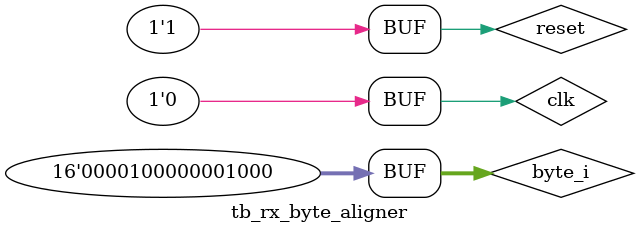
<source format=v>
`timescale 1ns/1ns

module tb_rx_byte_aligner;
	
	reg clk;
	reg reset;
	reg  [15:0]byte_i;
	wire [63:0]byte_o;

wire reset_g;
GSR 
GSR_INST (
	.GSR_N(1'b1),
	.CLK(1'b0)
);

wire lane_aligned;
wire [3:0]byte_synced;
wire [63:0]lane_bytes;
wire [127:0]unpacked_bytes;
wire [63:0]decoded_data;
wire decoded_valid;
wire unpacked_valid;
wire [2:0]packet_type;
mipi_csi_rx_byte_aligner0 byte_inst1(	.clk_i(clk),
									.reset_i(reset),
									.byte_i(byte_i),
									.byte_o(byte_o[15:0]),
									.byte_valid_o(byte_synced[0]));

mipi_csi_rx_byte_aligner1 byte_inst2(	.clk_i(clk),
									.reset_i(reset),
									.byte_i(byte_i),
									.byte_o(byte_o[31:16]),
									.byte_valid_o(byte_synced[1]));
						
mipi_csi_rx_byte_aligner2 byte_inst3(	.clk_i(clk),
									.reset_i(reset),
									.byte_i(byte_i),
									.byte_o(byte_o[47:32]),
									.byte_valid_o(byte_synced[2]));

mipi_csi_rx_byte_aligner3 byte_inst4(	.clk_i(clk),
									.reset_i(reset),
									.byte_i(byte_i),
									.byte_o(byte_o[63:48]),
									.byte_valid_o(byte_synced[3]));


mipi_csi_rx_lane_aligner lane_ins1(	.clk_i(clk),
						.reset_i(reset),
						.bytes_valid_i(byte_synced),
						.byte_i(byte_o),
						.lane_valid_o(lane_aligned),
						.lane_byte_o(lane_bytes));
						
mipi_csi_rx_packet_decoder dec1(.clk_i(clk),
							 .data_valid_i(lane_aligned),
							 .data_i(lane_bytes),
							 .output_valid_o(decoded_valid),
							 .data_o(decoded_data),
							 .packet_length_o(),
							 .packet_type_o(packet_type));
							 
mipi_csi_rx_raw_depacker depacker_ins1(	.clk_i(clk),
						.data_valid_i(decoded_valid),
						.data_i(decoded_data),
						.packet_type_i(packet_type),
						.output_valid_o(unpacked_valid),
						.output_o(unpacked_bytes));


wire rgb_output_valid;
wire [383:0]rgb_output;
debayer_filter debayer_ins1(	.clk_i(clk),
						.reset_i(reset),
						.line_valid_i(decoded_valid),
						.data_i(unpacked_bytes),
						.data_valid_i(unpacked_valid),
						.output_valid_o(rgb_output_valid),
						.output_o(rgb_output));
						
task sendbyte;
	input [15:0]byte;
	begin
	byte_i = byte;
	clk = 1'b1;
	#4
	clk = 1'b0;
	#4;
	end
endtask

initial begin
		clk = 1'b1;
		reset = 1'b1;
		clk = 1'b1;
		#4
		clk = 1'b0;
		#4;
		#50
		reset = 1'b0;
		sendbyte(16'h00);
		sendbyte(16'h00);
		sendbyte(16'h00);
		sendbyte(16'h00);
		sendbyte(16'h00);
		sendbyte(16'h2577);  //B8 2B 11 72 16 11 83 11
		sendbyte(16'hCE42);
		sendbyte(16'h2222);
		sendbyte(16'h6222);
		sendbyte(16'h2230);
		sendbyte(16'h2202);
		sendbyte(16'h2202);
		sendbyte(16'h2222);
		sendbyte(16'h2230);
		sendbyte(16'h2202);
		sendbyte(16'h2202);
		sendbyte(16'h2222);
		sendbyte(16'h2230);
		sendbyte(16'h2202);
		sendbyte(16'h2202);
		sendbyte(16'h2202);
		sendbyte(16'h2222);
		sendbyte(16'h2202);
		sendbyte(16'h2202);
		sendbyte(16'h2222);
		sendbyte(16'h2230);
		sendbyte(16'h2202);
		sendbyte(16'h2202);
		sendbyte(16'h2222);
		sendbyte(16'h2230);
		sendbyte(16'h2202);
		sendbyte(16'h2202);
		sendbyte(16'h2202);
		sendbyte(16'h2202);
		sendbyte(16'h2202);
		sendbyte(16'h2222);
		sendbyte(16'h2230);
		sendbyte(16'h2202);
		sendbyte(16'h2202);
		sendbyte(16'h2222);
		sendbyte(16'h2230);
		sendbyte(16'h2202);
		sendbyte(16'h2202);
		sendbyte(16'h2202);
				sendbyte(16'h2202);
		sendbyte(16'h2222);
		sendbyte(16'h2202);
		sendbyte(16'h2202);
		sendbyte(16'h2222);
		sendbyte(16'h2230);
		sendbyte(16'h2202);
		sendbyte(16'h2202);
		sendbyte(16'h2222);
		sendbyte(16'h2230);
		sendbyte(16'h2202);
		sendbyte(16'h2202);
		sendbyte(16'h2202);
		sendbyte(16'h2202);
		sendbyte(16'h2202);
		sendbyte(16'h2222);
		sendbyte(16'h2230);
		sendbyte(16'h2202);
		sendbyte(16'h2202);
		sendbyte(16'h2222);
		sendbyte(16'h2230);
		sendbyte(16'h2202);
		sendbyte(16'h2202);
		sendbyte(16'h2202);
			sendbyte(16'h2202);
		sendbyte(16'h2202);
		sendbyte(16'h2222);
		sendbyte(16'h2230);
		sendbyte(16'h2202);
		sendbyte(16'h2202);
		sendbyte(16'h2222);
		sendbyte(16'h2230);
		sendbyte(16'h2202);
		sendbyte(16'h2202);
		sendbyte(16'h2202);
		sendbyte(16'h2222);
		sendbyte(16'h2202);
		sendbyte(16'h2202);
		sendbyte(16'h2222);
		sendbyte(16'h2230);
		sendbyte(16'h2202);
		sendbyte(16'h2202);
		sendbyte(16'h2222);
		sendbyte(16'h2230);
		sendbyte(16'h2202);
		sendbyte(16'h2202);
		sendbyte(16'h2202);
		sendbyte(16'h2202);
		sendbyte(16'h2202);
		sendbyte(16'h2222);
		sendbyte(16'h2230);
		sendbyte(16'h2202);
		sendbyte(16'h2202);
		sendbyte(16'h2222);
		sendbyte(16'h2230);
		sendbyte(16'h2202);
		sendbyte(16'h2202);
		sendbyte(16'h2202);
				sendbyte(16'h2202);
		sendbyte(16'h2222);
		sendbyte(16'h2202);
		sendbyte(16'h2202);
		sendbyte(16'h2222);
		sendbyte(16'h2230);
		sendbyte(16'h2202);
		sendbyte(16'h2202);
		sendbyte(16'h2222);
		sendbyte(16'h2230);
		sendbyte(16'h2202);
		sendbyte(16'h2202);
		sendbyte(16'h2202);
		sendbyte(16'h2202);
		sendbyte(16'h2202);
		sendbyte(16'h2222);
		sendbyte(16'h2230);
		sendbyte(16'h2202);
		sendbyte(16'h2202);
		sendbyte(16'h2222);
		sendbyte(16'h2230);
		sendbyte(16'h2202);
		sendbyte(16'h2202);
		sendbyte(16'h2202);
			sendbyte(16'h2202);
		sendbyte(16'h2202);
		sendbyte(16'h2222);
		sendbyte(16'h2230);
		sendbyte(16'h2202);
		sendbyte(16'h2202);
		sendbyte(16'h2222);
		sendbyte(16'h2230);
		sendbyte(16'h2202);
		sendbyte(16'h2202);
		sendbyte(16'h2202);
		sendbyte(16'h2222);
		sendbyte(16'h2202);
		sendbyte(16'h2202);
		sendbyte(16'h2222);
		sendbyte(16'h2230);
		sendbyte(16'h2202);
		sendbyte(16'h2202);
		sendbyte(16'h2222);
		sendbyte(16'h2230);
		sendbyte(16'h2202);
		sendbyte(16'h2202);
		sendbyte(16'h2202);
		sendbyte(16'h2202);
		sendbyte(16'h2202);
		sendbyte(16'h2222);
		sendbyte(16'h2230);
		sendbyte(16'h2202);
		sendbyte(16'h2202);
		sendbyte(16'h2222);
		sendbyte(16'h2230);
		sendbyte(16'h2202);
		sendbyte(16'h2202);
		sendbyte(16'h2202);
				sendbyte(16'h2202);
		sendbyte(16'h2222);
		sendbyte(16'h2202);
		sendbyte(16'h2202);
		sendbyte(16'h2222);
		sendbyte(16'h2230);
		sendbyte(16'h2202);
		sendbyte(16'h2202);
		sendbyte(16'h2222);
		sendbyte(16'h2230);
		sendbyte(16'h2202);
		sendbyte(16'h2202);
		sendbyte(16'h2202);
		sendbyte(16'h2202);
		sendbyte(16'h2202);
		sendbyte(16'h2222);
		sendbyte(16'h2230);
		sendbyte(16'h2202);
		sendbyte(16'h2202);
		sendbyte(16'h2222);
		sendbyte(16'h2230);
		sendbyte(16'h2202);
		sendbyte(16'h2202);
		sendbyte(16'h2202);
		reset = 1'h1;
		#5
		clk = 1'b1;
		#4
		clk = 1'b0;
		#4;
		#50
		
		reset = 1'b0;
		sendbyte(16'h00);
		sendbyte(16'h00);
		sendbyte(16'h00);
		sendbyte(16'h00);
		sendbyte(16'h00);
		sendbyte(16'h2BB8);	//B8 60 10
		sendbyte(16'h442E);
		sendbyte(16'h88A9);
		sendbyte(16'h0888);
		sendbyte(16'h0817);
		sendbyte(16'h0808);
		sendbyte(16'h2202);
		sendbyte(16'h2222);
		sendbyte(16'h2230);
		sendbyte(16'h2202);
		sendbyte(16'h2202);
		sendbyte(16'h2222);
				sendbyte(16'h2202);
		sendbyte(16'h2222);
		sendbyte(16'h2202);
		sendbyte(16'h2202);
		sendbyte(16'h2222);
		sendbyte(16'h2230);
		sendbyte(16'h2202);
		sendbyte(16'h2202);
		sendbyte(16'h2222);
		sendbyte(16'h2230);
		sendbyte(16'h2202);
		sendbyte(16'h2202);
		sendbyte(16'h2202);
		sendbyte(16'h2202);
		sendbyte(16'h2202);
		sendbyte(16'h2222);
		sendbyte(16'h2230);
		sendbyte(16'h2202);
		sendbyte(16'h2202);
		sendbyte(16'h2222);
		sendbyte(16'h2230);
		sendbyte(16'h2202);
		sendbyte(16'h2202);
		sendbyte(16'h2202);
				sendbyte(16'h2202);
		sendbyte(16'h2222);
		sendbyte(16'h2202);
		sendbyte(16'h2202);
		sendbyte(16'h2222);
		sendbyte(16'h2230);
		sendbyte(16'h2202);
		sendbyte(16'h2202);
		sendbyte(16'h2222);
		sendbyte(16'h2230);
		sendbyte(16'h2202);
		sendbyte(16'h2202);
		sendbyte(16'h2202);
		sendbyte(16'h2202);
		sendbyte(16'h2202);
		sendbyte(16'h2222);
		sendbyte(16'h2230);
		sendbyte(16'h2202);
		sendbyte(16'h2202);
		sendbyte(16'h2222);
		sendbyte(16'h2230);
		sendbyte(16'h2202);
		sendbyte(16'h2202);
		sendbyte(16'h2202);
			sendbyte(16'h2202);
		sendbyte(16'h2202);
		sendbyte(16'h2222);
		sendbyte(16'h2230);
		sendbyte(16'h2202);
		sendbyte(16'h2202);
		sendbyte(16'h2222);
		sendbyte(16'h2230);
		sendbyte(16'h2202);
		sendbyte(16'h2202);
		sendbyte(16'h2202);
		sendbyte(16'h2222);
		sendbyte(16'h2202);
		sendbyte(16'h2202);
		sendbyte(16'h2222);
		sendbyte(16'h2230);
		sendbyte(16'h2202);
		sendbyte(16'h2202);
		sendbyte(16'h2222);
		sendbyte(16'h2230);
		sendbyte(16'h2202);
		sendbyte(16'h2202);
		sendbyte(16'h2202);
		sendbyte(16'h2202);
		sendbyte(16'h2202);
		sendbyte(16'h2222);
		sendbyte(16'h2230);
		sendbyte(16'h2202);
		sendbyte(16'h2202);
		sendbyte(16'h2222);
		sendbyte(16'h2230);
		sendbyte(16'h2202);
		sendbyte(16'h2202);
		sendbyte(16'h2202);
				sendbyte(16'h2202);
		sendbyte(16'h2222);
		sendbyte(16'h2202);
		sendbyte(16'h2202);
		sendbyte(16'h2222);
		sendbyte(16'h2230);
		sendbyte(16'h2202);
		sendbyte(16'h2202);
		sendbyte(16'h2222);
		sendbyte(16'h2230);
		sendbyte(16'h2202);
		sendbyte(16'h2202);
		sendbyte(16'h2202);
		sendbyte(16'h2202);
		sendbyte(16'h2202);
		sendbyte(16'h2222);
		sendbyte(16'h2230);
		sendbyte(16'h2202);
		sendbyte(16'h2202);
		sendbyte(16'h2222);
		sendbyte(16'h2230);
		sendbyte(16'h2202);
		sendbyte(16'h2202);
		sendbyte(16'h2202);
			sendbyte(16'h2202);
		sendbyte(16'h2202);
		sendbyte(16'h2222);
		sendbyte(16'h2230);
		sendbyte(16'h2202);
		sendbyte(16'h2202);
		sendbyte(16'h2222);
		sendbyte(16'h2230);
		sendbyte(16'h2202);
		sendbyte(16'h2202);
		sendbyte(16'h2202);
		sendbyte(16'h2222);
		sendbyte(16'h2202);
		sendbyte(16'h2202);
		sendbyte(16'h2222);
		sendbyte(16'h2230);
		sendbyte(16'h2202);
		sendbyte(16'h2202);
		sendbyte(16'h2222);
		sendbyte(16'h2230);
		sendbyte(16'h2202);
		sendbyte(16'h2202);
		sendbyte(16'h2202);
		sendbyte(16'h2202);
		sendbyte(16'h2202);
		sendbyte(16'h2222);
		sendbyte(16'h2230);
		sendbyte(16'h2202);
		sendbyte(16'h2202);
		sendbyte(16'h2222);
		sendbyte(16'h2230);
		sendbyte(16'h2202);
		sendbyte(16'h2202);
		sendbyte(16'h2202);
				sendbyte(16'h2202);
		sendbyte(16'h2222);
		sendbyte(16'h2202);
		sendbyte(16'h2202);
		sendbyte(16'h2222);
		sendbyte(16'h2230);
		sendbyte(16'h2202);
		sendbyte(16'h2202);
		sendbyte(16'h2222);
		sendbyte(16'h2230);
		sendbyte(16'h2202);
		sendbyte(16'h2202);
		sendbyte(16'h2202);
		sendbyte(16'h2202);
		sendbyte(16'h2202);
		sendbyte(16'h2222);
		sendbyte(16'h2230);
		sendbyte(16'h2202);
		sendbyte(16'h2202);
		sendbyte(16'h2222);
		sendbyte(16'h2230);
		sendbyte(16'h2202);
		sendbyte(16'h2202);
		sendbyte(16'h2202);
			sendbyte(16'h2202);
		sendbyte(16'h2202);
		sendbyte(16'h2222);
		sendbyte(16'h2230);
		sendbyte(16'h2202);
		sendbyte(16'h2202);
		sendbyte(16'h2222);
		sendbyte(16'h2230);
		sendbyte(16'h2202);
		sendbyte(16'h2202);
		sendbyte(16'h2202);
		sendbyte(16'h2222);
		sendbyte(16'h2202);
		sendbyte(16'h2202);
		sendbyte(16'h2222);
		sendbyte(16'h2230);
		sendbyte(16'h2202);
		sendbyte(16'h2202);
		sendbyte(16'h2222);
		sendbyte(16'h2230);
		sendbyte(16'h2202);
		sendbyte(16'h2202);
		sendbyte(16'h2202);
		sendbyte(16'h2202);
		sendbyte(16'h2202);
		sendbyte(16'h2222);
		sendbyte(16'h2230);
		sendbyte(16'h2202);
		sendbyte(16'h2202);
		sendbyte(16'h2222);
		sendbyte(16'h2230);
		sendbyte(16'h2202);
		sendbyte(16'h2202);
		sendbyte(16'h2202);
				sendbyte(16'h2202);
		sendbyte(16'h2222);
		sendbyte(16'h2202);
		sendbyte(16'h2202);
		sendbyte(16'h2222);
		sendbyte(16'h2230);
		sendbyte(16'h2202);
		sendbyte(16'h2202);
		sendbyte(16'h2222);
		sendbyte(16'h2230);
		sendbyte(16'h2202);
		sendbyte(16'h2202);
		sendbyte(16'h2202);
		sendbyte(16'h2202);
		sendbyte(16'h2202);
		sendbyte(16'h2222);
		sendbyte(16'h2230);
		sendbyte(16'h2202);
		sendbyte(16'h2202);
		sendbyte(16'h2222);
		sendbyte(16'h2230);
		sendbyte(16'h2202);
		sendbyte(16'h2202);
		sendbyte(16'h2202);
		reset = 1'h1;
		#5
		clk = 1'b1;
		#4
		clk = 1'b0;
		#4;
		#50
	

		reset = 1'b0;
		sendbyte(16'h00);
		sendbyte(16'h00);
		sendbyte(16'h00);
		sendbyte(16'h00);
		sendbyte(16'h00);
		sendbyte(16'h5770);	//B8 60 10
		sendbyte(16'h4410);
		sendbyte(16'h88A9);
		sendbyte(16'h0888);
		sendbyte(16'h0817);
		sendbyte(16'h0808);
		sendbyte(16'h2202);
		sendbyte(16'h2222);
		sendbyte(16'h2230);
		sendbyte(16'h2202);
		sendbyte(16'h2202);
		sendbyte(16'h2222);
			sendbyte(16'h2202);
		sendbyte(16'h2202);
		sendbyte(16'h2222);
		sendbyte(16'h2230);
		sendbyte(16'h2202);
		sendbyte(16'h2202);
		sendbyte(16'h2222);
		sendbyte(16'h2230);
		sendbyte(16'h2202);
		sendbyte(16'h2202);
		sendbyte(16'h2202);
		sendbyte(16'h2222);
		sendbyte(16'h2202);
		sendbyte(16'h2202);
		sendbyte(16'h2222);
		sendbyte(16'h2230);
		sendbyte(16'h2202);
		sendbyte(16'h2202);
		sendbyte(16'h2222);
		sendbyte(16'h2230);
		sendbyte(16'h2202);
		sendbyte(16'h2202);
		sendbyte(16'h2202);
		sendbyte(16'h2202);
		sendbyte(16'h2202);
		sendbyte(16'h2222);
		sendbyte(16'h2230);
		sendbyte(16'h2202);
		sendbyte(16'h2202);
		sendbyte(16'h2222);
		sendbyte(16'h2230);
		sendbyte(16'h2202);
		sendbyte(16'h2202);
		sendbyte(16'h2202);
				sendbyte(16'h2202);
		sendbyte(16'h2222);
		sendbyte(16'h2202);
		sendbyte(16'h2202);
		sendbyte(16'h2222);
		sendbyte(16'h2230);
		sendbyte(16'h2202);
		sendbyte(16'h2202);
		sendbyte(16'h2222);
		sendbyte(16'h2230);
		sendbyte(16'h2202);
		sendbyte(16'h2202);
		sendbyte(16'h2202);
		sendbyte(16'h2202);
		sendbyte(16'h2202);
		sendbyte(16'h2222);
		sendbyte(16'h2230);
		sendbyte(16'h2202);
		sendbyte(16'h2202);
		sendbyte(16'h2222);
		sendbyte(16'h2230);
		sendbyte(16'h2202);
		sendbyte(16'h2202);
		sendbyte(16'h2202);
			sendbyte(16'h2202);
		sendbyte(16'h2202);
		sendbyte(16'h2222);
		sendbyte(16'h2230);
		sendbyte(16'h2202);
		sendbyte(16'h2202);
		sendbyte(16'h2222);
		sendbyte(16'h2230);
		sendbyte(16'h2202);
		sendbyte(16'h2202);
		sendbyte(16'h2202);
		sendbyte(16'h2222);
		sendbyte(16'h2202);
		sendbyte(16'h2202);
		sendbyte(16'h2222);
		sendbyte(16'h2230);
		sendbyte(16'h2202);
		sendbyte(16'h2202);
		sendbyte(16'h2222);
		sendbyte(16'h2230);
		sendbyte(16'h2202);
		sendbyte(16'h2202);
		sendbyte(16'h2202);
		sendbyte(16'h2202);
		sendbyte(16'h2202);
		sendbyte(16'h2222);
		sendbyte(16'h2230);
		sendbyte(16'h2202);
		sendbyte(16'h2202);
		sendbyte(16'h2222);
		sendbyte(16'h2230);
		sendbyte(16'h2202);
		sendbyte(16'h2202);
		sendbyte(16'h2202);
				sendbyte(16'h2202);
		sendbyte(16'h2222);
		sendbyte(16'h2202);
		sendbyte(16'h2202);
		sendbyte(16'h2222);
		sendbyte(16'h2230);
		sendbyte(16'h2202);
		sendbyte(16'h2202);
		sendbyte(16'h2222);
		sendbyte(16'h2230);
		sendbyte(16'h2202);
		sendbyte(16'h2202);
		sendbyte(16'h2202);
		sendbyte(16'h2202);
		sendbyte(16'h2202);
		sendbyte(16'h2222);
		sendbyte(16'h2230);
		sendbyte(16'h2202);
		sendbyte(16'h2202);
		sendbyte(16'h2222);
		sendbyte(16'h2230);
		sendbyte(16'h2202);
		sendbyte(16'h2202);
		sendbyte(16'h2202);
		reset = 1'h1;
		#5
		clk = 1'b1;
		#4
		clk = 1'b0;
		#4;
		#50		

		reset = 1'b0;
		sendbyte(16'h00);
		sendbyte(16'h00);
		sendbyte(16'h00);
		sendbyte(16'h00);
		sendbyte(16'h00);
		sendbyte(16'hAEE0);	//B8 60 10
		sendbyte(16'h4400);
		sendbyte(16'h88A9);
		sendbyte(16'h0888);
		sendbyte(16'h0817);
		sendbyte(16'h0808);
			sendbyte(16'h2202);
		sendbyte(16'h2202);
		sendbyte(16'h2222);
		sendbyte(16'h2230);
		sendbyte(16'h2202);
		sendbyte(16'h2202);
		sendbyte(16'h2222);
		sendbyte(16'h2230);
		sendbyte(16'h2202);
		sendbyte(16'h2202);
		sendbyte(16'h2202);
		sendbyte(16'h2222);
		sendbyte(16'h2202);
		sendbyte(16'h2202);
		sendbyte(16'h2222);
		sendbyte(16'h2230);
		sendbyte(16'h2202);
		sendbyte(16'h2202);
		sendbyte(16'h2222);
		sendbyte(16'h2230);
		sendbyte(16'h2202);
		sendbyte(16'h2202);
		sendbyte(16'h2202);
		sendbyte(16'h2202);
		sendbyte(16'h2202);
		sendbyte(16'h2222);
		sendbyte(16'h2230);
		sendbyte(16'h2202);
		sendbyte(16'h2202);
		sendbyte(16'h2222);
		sendbyte(16'h2230);
		sendbyte(16'h2202);
		sendbyte(16'h2202);
		sendbyte(16'h2202);
				sendbyte(16'h2202);
		sendbyte(16'h2222);
		sendbyte(16'h2202);
		sendbyte(16'h2202);
		sendbyte(16'h2222);
		sendbyte(16'h2230);
		sendbyte(16'h2202);
		sendbyte(16'h2202);
		sendbyte(16'h2222);
		sendbyte(16'h2230);
		sendbyte(16'h2202);
		sendbyte(16'h2202);
		sendbyte(16'h2202);
		sendbyte(16'h2202);
		sendbyte(16'h2202);
		sendbyte(16'h2222);
		sendbyte(16'h2230);
		sendbyte(16'h2202);
		sendbyte(16'h2202);
		sendbyte(16'h2222);
		sendbyte(16'h2230);
		sendbyte(16'h2202);
		sendbyte(16'h2202);
		sendbyte(16'h2202);
			sendbyte(16'h2202);
		sendbyte(16'h2202);
		sendbyte(16'h2222);
		sendbyte(16'h2230);
		sendbyte(16'h2202);
		sendbyte(16'h2202);
		sendbyte(16'h2222);
		sendbyte(16'h2230);
		sendbyte(16'h2202);
		sendbyte(16'h2202);
		sendbyte(16'h2202);
		sendbyte(16'h2222);
		sendbyte(16'h2202);
		sendbyte(16'h2202);
		sendbyte(16'h2222);
		sendbyte(16'h2230);
		sendbyte(16'h2202);
		sendbyte(16'h2202);
		sendbyte(16'h2222);
		sendbyte(16'h2230);
		sendbyte(16'h2202);
		sendbyte(16'h2202);
		sendbyte(16'h2202);
		sendbyte(16'h2202);
		sendbyte(16'h2202);
		sendbyte(16'h2222);
		sendbyte(16'h2230);
		sendbyte(16'h2202);
		sendbyte(16'h2202);
		sendbyte(16'h2222);
		sendbyte(16'h2230);
		sendbyte(16'h2202);
		sendbyte(16'h2202);
		sendbyte(16'h2202);
				sendbyte(16'h2202);
		sendbyte(16'h2222);
		sendbyte(16'h2202);
		sendbyte(16'h2202);
		sendbyte(16'h2222);
		sendbyte(16'h2230);
		sendbyte(16'h2202);
		sendbyte(16'h2202);
		sendbyte(16'h2222);
		sendbyte(16'h2230);
		sendbyte(16'h2202);
		sendbyte(16'h2202);
		sendbyte(16'h2202);
		sendbyte(16'h2202);
		sendbyte(16'h2202);
		sendbyte(16'h2222);
		sendbyte(16'h2230);
		sendbyte(16'h2202);
		sendbyte(16'h2202);
		sendbyte(16'h2222);
		sendbyte(16'h2230);
		sendbyte(16'h2202);
		sendbyte(16'h2202);
		sendbyte(16'h2202);
			sendbyte(16'h2202);
		sendbyte(16'h2202);
		sendbyte(16'h2222);
		sendbyte(16'h2230);
		sendbyte(16'h2202);
		sendbyte(16'h2202);
		sendbyte(16'h2222);
		sendbyte(16'h2230);
		sendbyte(16'h2202);
		sendbyte(16'h2202);
		sendbyte(16'h2202);
		sendbyte(16'h2222);
		sendbyte(16'h2202);
		sendbyte(16'h2202);
		sendbyte(16'h2222);
		sendbyte(16'h2230);
		sendbyte(16'h2202);
		sendbyte(16'h2202);
		sendbyte(16'h2222);
		sendbyte(16'h2230);
		sendbyte(16'h2202);
		sendbyte(16'h2202);
		sendbyte(16'h2202);
		sendbyte(16'h2202);
		sendbyte(16'h2202);
		sendbyte(16'h2222);
		sendbyte(16'h2230);
		sendbyte(16'h2202);
		sendbyte(16'h2202);
		sendbyte(16'h2222);
		sendbyte(16'h2230);
		sendbyte(16'h2202);
		sendbyte(16'h2202);
		sendbyte(16'h2202);
				sendbyte(16'h2202);
		sendbyte(16'h2222);
		sendbyte(16'h2202);
		sendbyte(16'h2202);
		sendbyte(16'h2222);
		sendbyte(16'h2230);
		sendbyte(16'h2202);
		sendbyte(16'h2202);
		sendbyte(16'h2222);
		sendbyte(16'h2230);
		sendbyte(16'h2202);
		sendbyte(16'h2202);
		sendbyte(16'h2202);
		sendbyte(16'h2202);
		sendbyte(16'h2202);
		sendbyte(16'h2222);
		sendbyte(16'h2230);
		sendbyte(16'h2202);
		sendbyte(16'h2202);
		sendbyte(16'h2222);
		sendbyte(16'h2230);
		sendbyte(16'h2202);
		sendbyte(16'h2202);
		sendbyte(16'h2202);
			sendbyte(16'h2202);
		sendbyte(16'h2202);
		sendbyte(16'h2222);
		sendbyte(16'h2230);
		sendbyte(16'h2202);
		sendbyte(16'h2202);
		sendbyte(16'h2222);
		sendbyte(16'h2230);
		sendbyte(16'h2202);
		sendbyte(16'h2202);
		sendbyte(16'h2202);
		sendbyte(16'h2222);
		sendbyte(16'h2202);
		sendbyte(16'h2202);
		sendbyte(16'h2222);
		sendbyte(16'h2230);
		sendbyte(16'h2202);
		sendbyte(16'h2202);
		sendbyte(16'h2222);
		sendbyte(16'h2230);
		sendbyte(16'h2202);
		sendbyte(16'h2202);
		sendbyte(16'h2202);
		sendbyte(16'h2202);
		sendbyte(16'h2202);
		sendbyte(16'h2222);
		sendbyte(16'h2230);
		sendbyte(16'h2202);
		sendbyte(16'h2202);
		sendbyte(16'h2222);
		sendbyte(16'h2230);
		sendbyte(16'h2202);
		sendbyte(16'h2202);
		sendbyte(16'h2202);
				sendbyte(16'h2202);
		sendbyte(16'h2222);
		sendbyte(16'h2202);
		sendbyte(16'h2202);
		sendbyte(16'h2222);
		sendbyte(16'h2230);
		sendbyte(16'h2202);
		sendbyte(16'h2202);
		sendbyte(16'h2222);
		sendbyte(16'h2230);
		sendbyte(16'h2202);
		sendbyte(16'h2202);
		sendbyte(16'h2202);
		sendbyte(16'h2202);
		sendbyte(16'h2202);
		sendbyte(16'h2222);
		sendbyte(16'h2230);
		sendbyte(16'h2202);
		sendbyte(16'h2202);
		sendbyte(16'h2222);
		sendbyte(16'h2230);
		sendbyte(16'h2202);
		sendbyte(16'h2202);
		sendbyte(16'h2202);
		reset = 1'h1;
		#5
		clk = 1'b1;
		#4
		clk = 1'b0;
		#4;
		#50
		
		reset = 1'b0;
		sendbyte(16'h00);
		sendbyte(16'h00);
		sendbyte(16'h00);
		sendbyte(16'h00);
		sendbyte(16'h00);
		sendbyte(16'h5DC0);	//B8 60 10
		sendbyte(16'h4401);
		sendbyte(16'h88A9);
		sendbyte(16'h0888);
		sendbyte(16'h0817);
		sendbyte(16'h0808);
			sendbyte(16'h2202);
		sendbyte(16'h2202);
		sendbyte(16'h2222);
		sendbyte(16'h2230);
		sendbyte(16'h2202);
		sendbyte(16'h2202);
		sendbyte(16'h2222);
		sendbyte(16'h2230);
		sendbyte(16'h2202);
		sendbyte(16'h2202);
		sendbyte(16'h2202);
		sendbyte(16'h2222);
		sendbyte(16'h2202);
		sendbyte(16'h2202);
		sendbyte(16'h2222);
		sendbyte(16'h2230);
		sendbyte(16'h2202);
		sendbyte(16'h2202);
		sendbyte(16'h2222);
		sendbyte(16'h2230);
		sendbyte(16'h2202);
		sendbyte(16'h2202);
		sendbyte(16'h2202);
		sendbyte(16'h2202);
		sendbyte(16'h2202);
		sendbyte(16'h2222);
		sendbyte(16'h2230);
		sendbyte(16'h2202);
		sendbyte(16'h2202);
		sendbyte(16'h2222);
		sendbyte(16'h2230);
		sendbyte(16'h2202);
		sendbyte(16'h2202);
		sendbyte(16'h2202);
				sendbyte(16'h2202);
		sendbyte(16'h2222);
		sendbyte(16'h2202);
		sendbyte(16'h2202);
		sendbyte(16'h2222);
		sendbyte(16'h2230);
		sendbyte(16'h2202);
		sendbyte(16'h2202);
		sendbyte(16'h2222);
		sendbyte(16'h2230);
		sendbyte(16'h2202);
		sendbyte(16'h2202);
		sendbyte(16'h2202);
		sendbyte(16'h2202);
		sendbyte(16'h2202);
		sendbyte(16'h2222);
		sendbyte(16'h2230);
		sendbyte(16'h2202);
		sendbyte(16'h2202);
		sendbyte(16'h2222);
		sendbyte(16'h2230);
		sendbyte(16'h2202);
		sendbyte(16'h2202);
		sendbyte(16'h2202);
			sendbyte(16'h2202);
		sendbyte(16'h2202);
		sendbyte(16'h2222);
		sendbyte(16'h2230);
		sendbyte(16'h2202);
		sendbyte(16'h2202);
		sendbyte(16'h2222);
		sendbyte(16'h2230);
		sendbyte(16'h2202);
		sendbyte(16'h2202);
		sendbyte(16'h2202);
		sendbyte(16'h2222);
		sendbyte(16'h2202);
		sendbyte(16'h2202);
		sendbyte(16'h2222);
		sendbyte(16'h2230);
		sendbyte(16'h2202);
		sendbyte(16'h2202);
		sendbyte(16'h2222);
		sendbyte(16'h2230);
		sendbyte(16'h2202);
		sendbyte(16'h2202);
		sendbyte(16'h2202);
		sendbyte(16'h2202);
		sendbyte(16'h2202);
		sendbyte(16'h2222);
		sendbyte(16'h2230);
		sendbyte(16'h2202);
		sendbyte(16'h2202);
		sendbyte(16'h2222);
		sendbyte(16'h2230);
		sendbyte(16'h2202);
		sendbyte(16'h2202);
		sendbyte(16'h2202);
				sendbyte(16'h2202);
		sendbyte(16'h2222);
		sendbyte(16'h2202);
		sendbyte(16'h2202);
		sendbyte(16'h2222);
		sendbyte(16'h2230);
		sendbyte(16'h2202);
		sendbyte(16'h2202);
		sendbyte(16'h2222);
		sendbyte(16'h2230);
		sendbyte(16'h2202);
		sendbyte(16'h2202);
		sendbyte(16'h2202);
		sendbyte(16'h2202);
		sendbyte(16'h2202);
		sendbyte(16'h2222);
		sendbyte(16'h2230);
		sendbyte(16'h2202);
		sendbyte(16'h2202);
		sendbyte(16'h2222);
		sendbyte(16'h2230);
		sendbyte(16'h2202);
		sendbyte(16'h2202);
		sendbyte(16'h2202);
		reset = 1'h1;
		#5
		clk = 1'b1;
		#4
		clk = 1'b0;
		#4;
		#50

		reset = 1'b0;
		sendbyte(16'h00);
		sendbyte(16'h00);
		sendbyte(16'h00);
		sendbyte(16'h00);
		sendbyte(16'h00);
		sendbyte(16'hBB80);	//B8 60 10
		sendbyte(16'h4402);
		sendbyte(16'h88A9);
		sendbyte(16'h0888);
		sendbyte(16'h0817);
		sendbyte(16'h0808);
			sendbyte(16'h2202);
		sendbyte(16'h2202);
		sendbyte(16'h2222);
		sendbyte(16'h2230);
		sendbyte(16'h2202);
		sendbyte(16'h2202);
		sendbyte(16'h2222);
		sendbyte(16'h2230);
		sendbyte(16'h2202);
		sendbyte(16'h2202);
		sendbyte(16'h2202);
		sendbyte(16'h2222);
		sendbyte(16'h2202);
		sendbyte(16'h2202);
		sendbyte(16'h2222);
		sendbyte(16'h2230);
		sendbyte(16'h2202);
		sendbyte(16'h2202);
		sendbyte(16'h2222);
		sendbyte(16'h2230);
		sendbyte(16'h2202);
		sendbyte(16'h2202);
		sendbyte(16'h2202);
		sendbyte(16'h2202);
		sendbyte(16'h2202);
		sendbyte(16'h2222);
		sendbyte(16'h2230);
		sendbyte(16'h2202);
		sendbyte(16'h2202);
		sendbyte(16'h2222);
		sendbyte(16'h2230);
		sendbyte(16'h2202);
		sendbyte(16'h2202);
		sendbyte(16'h2202);
				sendbyte(16'h2202);
		sendbyte(16'h2222);
		sendbyte(16'h2202);
		sendbyte(16'h2202);
		sendbyte(16'h2222);
		sendbyte(16'h2230);
		sendbyte(16'h2202);
		sendbyte(16'h2202);
		sendbyte(16'h2222);
		sendbyte(16'h2230);
		sendbyte(16'h2202);
		sendbyte(16'h2202);
		sendbyte(16'h2202);
		sendbyte(16'h2202);
		sendbyte(16'h2202);
		sendbyte(16'h2222);
		sendbyte(16'h2230);
		sendbyte(16'h2202);
		sendbyte(16'h2202);
		sendbyte(16'h2222);
		sendbyte(16'h2230);
		sendbyte(16'h2202);
		sendbyte(16'h2202);
		sendbyte(16'h2202);
			sendbyte(16'h2202);
		sendbyte(16'h2202);
		sendbyte(16'h2222);
		sendbyte(16'h2230);
		sendbyte(16'h2202);
		sendbyte(16'h2202);
		sendbyte(16'h2222);
		sendbyte(16'h2230);
		sendbyte(16'h2202);
		sendbyte(16'h2202);
		sendbyte(16'h2202);
		sendbyte(16'h2222);
		sendbyte(16'h2202);
		sendbyte(16'h2202);
		sendbyte(16'h2222);
		sendbyte(16'h2230);
		sendbyte(16'h2202);
		sendbyte(16'h2202);
		sendbyte(16'h2222);
		sendbyte(16'h2230);
		sendbyte(16'h2202);
		sendbyte(16'h2202);
		sendbyte(16'h2202);
		sendbyte(16'h2202);
		sendbyte(16'h2202);
		sendbyte(16'h2222);
		sendbyte(16'h2230);
		sendbyte(16'h2202);
		sendbyte(16'h2202);
		sendbyte(16'h2222);
		sendbyte(16'h2230);
		sendbyte(16'h2202);
		sendbyte(16'h2202);
		sendbyte(16'h2202);
				sendbyte(16'h2202);
		sendbyte(16'h2222);
		sendbyte(16'h2202);
		sendbyte(16'h2202);
		sendbyte(16'h2222);
		sendbyte(16'h2230);
		sendbyte(16'h2202);
		sendbyte(16'h2202);
		sendbyte(16'h2222);
		sendbyte(16'h2230);
		sendbyte(16'h2202);
		sendbyte(16'h2202);
		sendbyte(16'h2202);
		sendbyte(16'h2202);
		sendbyte(16'h2202);
		sendbyte(16'h2222);
		sendbyte(16'h2230);
		sendbyte(16'h2202);
		sendbyte(16'h2202);
		sendbyte(16'h2222);
		sendbyte(16'h2230);
		sendbyte(16'h2202);
		sendbyte(16'h2202);
		sendbyte(16'h2202);
		reset = 1'h1;
		#5
		clk = 1'b1;
		#4
		clk = 1'b0;
		#4;
		#50
		
		
		reset = 1'b0;
		sendbyte(16'h00);
		sendbyte(16'h00);
		sendbyte(16'h00);
		sendbyte(16'h00);
		sendbyte(16'h00);
		sendbyte(16'h7700);	//B8 60 10
		sendbyte(16'h4405);
		sendbyte(16'h88A9);
		sendbyte(16'h0888);
		sendbyte(16'h0817);
		sendbyte(16'h0808);
			sendbyte(16'h2202);
		sendbyte(16'h2202);
		sendbyte(16'h2222);
		sendbyte(16'h2230);
		sendbyte(16'h2202);
		sendbyte(16'h2202);
		sendbyte(16'h2222);
		sendbyte(16'h2230);
		sendbyte(16'h2202);
		sendbyte(16'h2202);
		sendbyte(16'h2202);
		sendbyte(16'h2222);
		sendbyte(16'h2202);
		sendbyte(16'h2202);
		sendbyte(16'h2222);
		sendbyte(16'h2230);
		sendbyte(16'h2202);
		sendbyte(16'h2202);
		sendbyte(16'h2222);
		sendbyte(16'h2230);
		sendbyte(16'h2202);
		sendbyte(16'h2202);
		sendbyte(16'h2202);
		sendbyte(16'h2202);
		sendbyte(16'h2202);
		sendbyte(16'h2222);
		sendbyte(16'h2230);
		sendbyte(16'h2202);
		sendbyte(16'h2202);
		sendbyte(16'h2222);
		sendbyte(16'h2230);
		sendbyte(16'h2202);
		sendbyte(16'h2202);
		sendbyte(16'h2202);
				sendbyte(16'h2202);
		sendbyte(16'h2222);
		sendbyte(16'h2202);
		sendbyte(16'h2202);
		sendbyte(16'h2222);
		sendbyte(16'h2230);
		sendbyte(16'h2202);
		sendbyte(16'h2202);
		sendbyte(16'h2222);
		sendbyte(16'h2230);
		sendbyte(16'h2202);
		sendbyte(16'h2202);
		sendbyte(16'h2202);
		sendbyte(16'h2202);
		sendbyte(16'h2202);
		sendbyte(16'h2222);
		sendbyte(16'h2230);
		sendbyte(16'h2202);
		sendbyte(16'h2202);
		sendbyte(16'h2222);
		sendbyte(16'h2230);
		sendbyte(16'h2202);
		sendbyte(16'h2202);
		sendbyte(16'h2202);
			sendbyte(16'h2202);
		sendbyte(16'h2202);
		sendbyte(16'h2222);
		sendbyte(16'h2230);
		sendbyte(16'h2202);
		sendbyte(16'h2202);
		sendbyte(16'h2222);
		sendbyte(16'h2230);
		sendbyte(16'h2202);
		sendbyte(16'h2202);
		sendbyte(16'h2202);
		sendbyte(16'h2222);
		sendbyte(16'h2202);
		sendbyte(16'h2202);
		sendbyte(16'h2222);
		sendbyte(16'h2230);
		sendbyte(16'h2202);
		sendbyte(16'h2202);
		sendbyte(16'h2222);
		sendbyte(16'h2230);
		sendbyte(16'h2202);
		sendbyte(16'h2202);
		sendbyte(16'h2202);
		sendbyte(16'h2202);
		sendbyte(16'h2202);
		sendbyte(16'h2222);
		sendbyte(16'h2230);
		sendbyte(16'h2202);
		sendbyte(16'h2202);
		sendbyte(16'h2222);
		sendbyte(16'h2230);
		sendbyte(16'h2202);
		sendbyte(16'h2202);
		sendbyte(16'h2202);
				sendbyte(16'h2202);
		sendbyte(16'h2222);
		sendbyte(16'h2202);
		sendbyte(16'h2202);
		sendbyte(16'h2222);
		sendbyte(16'h2230);
		sendbyte(16'h2202);
		sendbyte(16'h2202);
		sendbyte(16'h2222);
		sendbyte(16'h2230);
		sendbyte(16'h2202);
		sendbyte(16'h2202);
		sendbyte(16'h2202);
		sendbyte(16'h2202);
		sendbyte(16'h2202);
		sendbyte(16'h2222);
		sendbyte(16'h2230);
		sendbyte(16'h2202);
		sendbyte(16'h2202);
		sendbyte(16'h2222);
		sendbyte(16'h2230);
		sendbyte(16'h2202);
		sendbyte(16'h2202);
		sendbyte(16'h2202);
		reset = 1'h1;
		#5
		clk = 1'b1;
		#4
		clk = 1'b0;
		#4;
		#50
		
		reset = 1'b0;
		sendbyte(16'h00);
		sendbyte(16'h00);
		sendbyte(16'h00);
		sendbyte(16'h00);
		sendbyte(16'h00);
		sendbyte(16'hEE00);	//B8 60 10
		sendbyte(16'h440A);
		sendbyte(16'h88A9);
		sendbyte(16'h0888);
		sendbyte(16'h0817);
		sendbyte(16'h0808);
		reset = 1'h1;
		#5
		clk = 1'b1;
		#4
		clk = 1'b0;
		#4;
		#50
		
		reset = 1'b0;
		sendbyte(16'h00);
		sendbyte(16'h00);
		sendbyte(16'h00);
		sendbyte(16'h00);
		sendbyte(16'h00);
		sendbyte(16'hDC00);	//B8 60 10
		sendbyte(16'h4415);
		sendbyte(16'h88A9);
		sendbyte(16'h0888);
		sendbyte(16'h0817);
		sendbyte(16'h0808);
		reset = 1'h1;
		#5
		clk = 1'b1;
		#4
		clk = 1'b0;
		#4;
		#50




		reset = 1'b0;
		sendbyte(16'h00);
		sendbyte(16'h00);
		sendbyte(16'h00);
		sendbyte(16'h00);
		sendbyte(16'h00);
		sendbyte(16'hB800);	//B8 60 10
		sendbyte(16'h442B);
		sendbyte(16'h88A9);
		sendbyte(16'h0888);
		sendbyte(16'h0817);
		sendbyte(16'h0808);
		reset = 1'h1;
		#5
		clk = 1'b1;
		#4
		clk = 1'b0;
		#4;
		#50
		
		reset = 1'b0;
		sendbyte(16'h00);
		sendbyte(16'h00);
		sendbyte(16'h00);
		sendbyte(16'h00);
		sendbyte(16'h00);
		sendbyte(16'h7000);	//B8 60 10
		sendbyte(16'h4457);
		sendbyte(16'h88A9);
		sendbyte(16'h0888);
		sendbyte(16'h0817);
		sendbyte(16'h0808);
		reset = 1'h1;
		#5
		clk = 1'b1;
		#4
		clk = 1'b0;
		#4;
		#50


		reset = 1'b0;
		sendbyte(16'h00);
		sendbyte(16'h00);
		sendbyte(16'h00);
		sendbyte(16'h00);
		sendbyte(16'h00);
		sendbyte(16'hE000);	//B8 60 10
		sendbyte(16'h44AE);
		sendbyte(16'h88A9);
		sendbyte(16'h0888);
		sendbyte(16'h0817);
		sendbyte(16'h0808);
		reset = 1'h1;
		#5
		clk = 1'b1;
		#4
		clk = 1'b0;
		#4;
		#50
		
		
		
		
		reset = 1'b0;
		sendbyte(16'h00);
		sendbyte(16'h00);
		sendbyte(16'h00);
		sendbyte(16'h00);
		sendbyte(16'h00);
		sendbyte(16'hC000);	//B8 60 10
		sendbyte(16'h415D);
		sendbyte(16'h88A9);
		sendbyte(16'h0888);
		sendbyte(16'h0817);
		sendbyte(16'h0808);
		reset = 1'h1;
		#5
		clk = 1'b1;
		#4
		clk = 1'b0;
		#4;
		#50



		reset = 1'b0;
		sendbyte(16'h00);
		sendbyte(16'h00);
		sendbyte(16'h00);
		sendbyte(16'h00);
		sendbyte(16'h00);
		sendbyte(16'h8000);	//B8 60 10
		sendbyte(16'h42BB);
		sendbyte(16'h88A9);
		sendbyte(16'h0888);
		sendbyte(16'h0817);
		sendbyte(16'h0808);
		reset = 1'h1;
		#5
		clk = 1'b1;
		#4
		clk = 1'b0;
		#4;
		#50
		
		
		reset = 1'b0;
		sendbyte(16'h00);
		sendbyte(16'h00);
		sendbyte(16'h00);
		sendbyte(16'h00);
		sendbyte(16'h00);
		sendbyte(16'h0000);	//B8 60 10
		sendbyte(16'h4577);
		sendbyte(16'h88A9);
		sendbyte(16'h0888);
		sendbyte(16'h0817);
		sendbyte(16'h0808);
		reset = 1'h1;
		#5
		clk = 1'b1;
		#4
		clk = 1'b0;
		#4;
		#50



		reset = 1'b0;
		sendbyte(16'h00);
		sendbyte(16'h00);
		sendbyte(16'h00);
		sendbyte(16'h00);
		sendbyte(16'h00);
		sendbyte(16'h0000);	//B8 60 10
		sendbyte(16'h4AEE);
		sendbyte(16'h88A9);
		sendbyte(16'h0888);
		sendbyte(16'h0817);
		sendbyte(16'h0808);
		reset = 1'h1;
		#5
		clk = 1'b1;
		#4
		clk = 1'b0;
		#4;
		#50
		
		
		
		reset = 1'b0;
		sendbyte(16'h00);
		sendbyte(16'h00);
		sendbyte(16'h00);
		sendbyte(16'h00);
		sendbyte(16'h00);
		sendbyte(16'h0000);	//B8 60 10
		sendbyte(16'h15DC);
		sendbyte(16'h88A9);
		sendbyte(16'h0888);
		sendbyte(16'h0817);
		sendbyte(16'h0808);
		reset = 1'h1;
		#5
		clk = 1'b1;
		#4
		clk = 1'b0;
		#4;
		#50
	
		
		reset = 1'b0;
		sendbyte(16'h00);
		sendbyte(16'h00);
		sendbyte(16'h00);
		sendbyte(16'h00);
		sendbyte(16'h00);
		sendbyte(16'h0000);	//A packet with no sync
		sendbyte(16'h1500);
		sendbyte(16'h88A9);
		sendbyte(16'h0000);
		sendbyte(16'h0800);
		sendbyte(16'h0808);
		reset = 1'h1;
		#5
		clk = 1'b1;
		#4
		clk = 1'b0;
		#4;
		#50
		
		
		reset = 1'b0;
		sendbyte(16'h00);
		sendbyte(16'h00);
		sendbyte(16'h00);
		sendbyte(16'h00);
		sendbyte(16'h00);
		sendbyte(16'h82E0); 	//B8 60 11
		sendbyte(16'h4045);
		sendbyte(16'h45C4);
		sendbyte(16'h0840);
		sendbyte(16'h0817);
		sendbyte(16'h0808);
		reset = 1'h1;	
		
end

endmodule
</source>
